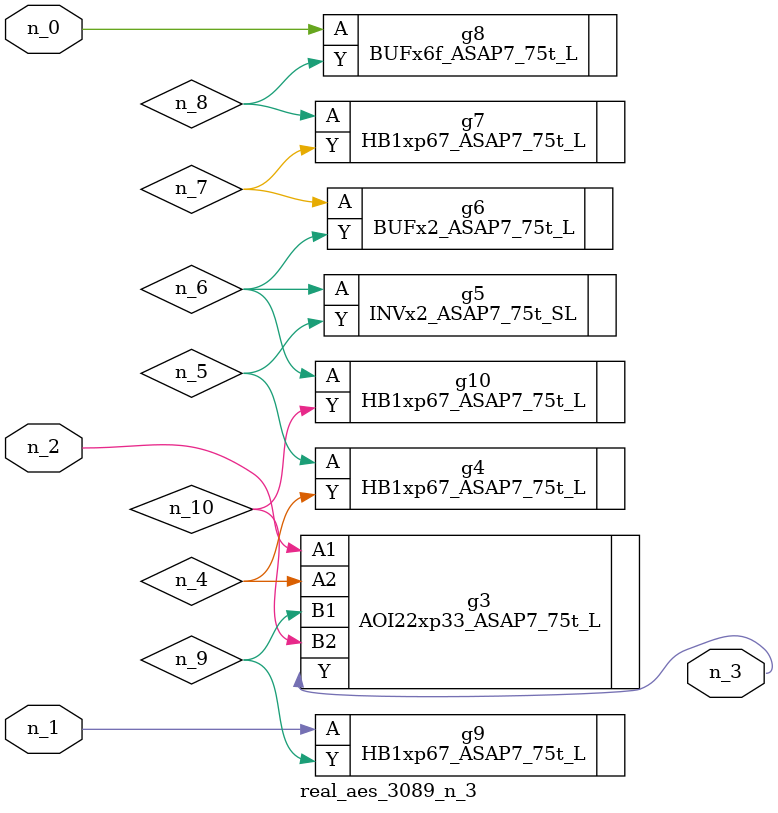
<source format=v>
module real_aes_3089_n_3 (n_0, n_2, n_1, n_3);
input n_0;
input n_2;
input n_1;
output n_3;
wire n_4;
wire n_5;
wire n_7;
wire n_9;
wire n_6;
wire n_8;
wire n_10;
BUFx6f_ASAP7_75t_L g8 ( .A(n_0), .Y(n_8) );
HB1xp67_ASAP7_75t_L g9 ( .A(n_1), .Y(n_9) );
AOI22xp33_ASAP7_75t_L g3 ( .A1(n_2), .A2(n_4), .B1(n_9), .B2(n_10), .Y(n_3) );
HB1xp67_ASAP7_75t_L g4 ( .A(n_5), .Y(n_4) );
INVx2_ASAP7_75t_SL g5 ( .A(n_6), .Y(n_5) );
HB1xp67_ASAP7_75t_L g10 ( .A(n_6), .Y(n_10) );
BUFx2_ASAP7_75t_L g6 ( .A(n_7), .Y(n_6) );
HB1xp67_ASAP7_75t_L g7 ( .A(n_8), .Y(n_7) );
endmodule
</source>
